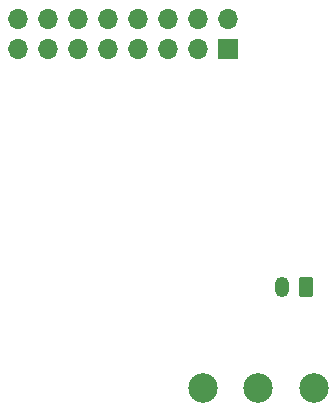
<source format=gbr>
%TF.GenerationSoftware,KiCad,Pcbnew,8.0.0*%
%TF.CreationDate,2024-03-24T20:02:06+02:00*%
%TF.ProjectId,Power Subsystem,506f7765-7220-4537-9562-73797374656d,rev?*%
%TF.SameCoordinates,Original*%
%TF.FileFunction,Soldermask,Bot*%
%TF.FilePolarity,Negative*%
%FSLAX46Y46*%
G04 Gerber Fmt 4.6, Leading zero omitted, Abs format (unit mm)*
G04 Created by KiCad (PCBNEW 8.0.0) date 2024-03-24 20:02:06*
%MOMM*%
%LPD*%
G01*
G04 APERTURE LIST*
G04 Aperture macros list*
%AMRoundRect*
0 Rectangle with rounded corners*
0 $1 Rounding radius*
0 $2 $3 $4 $5 $6 $7 $8 $9 X,Y pos of 4 corners*
0 Add a 4 corners polygon primitive as box body*
4,1,4,$2,$3,$4,$5,$6,$7,$8,$9,$2,$3,0*
0 Add four circle primitives for the rounded corners*
1,1,$1+$1,$2,$3*
1,1,$1+$1,$4,$5*
1,1,$1+$1,$6,$7*
1,1,$1+$1,$8,$9*
0 Add four rect primitives between the rounded corners*
20,1,$1+$1,$2,$3,$4,$5,0*
20,1,$1+$1,$4,$5,$6,$7,0*
20,1,$1+$1,$6,$7,$8,$9,0*
20,1,$1+$1,$8,$9,$2,$3,0*%
G04 Aperture macros list end*
%ADD10C,2.500000*%
%ADD11RoundRect,0.250000X0.350000X0.625000X-0.350000X0.625000X-0.350000X-0.625000X0.350000X-0.625000X0*%
%ADD12O,1.200000X1.750000*%
%ADD13R,1.700000X1.700000*%
%ADD14O,1.700000X1.700000*%
G04 APERTURE END LIST*
D10*
%TO.C,SW1*%
X156337000Y-73914000D03*
X161037000Y-73914000D03*
X165737000Y-73914000D03*
%TD*%
D11*
%TO.C,J2*%
X165084000Y-65315000D03*
D12*
X163084000Y-65315000D03*
%TD*%
D13*
%TO.C,J1*%
X158496000Y-45212000D03*
D14*
X158496000Y-42672000D03*
X155956000Y-45212000D03*
X155956000Y-42672000D03*
X153416000Y-45212000D03*
X153416000Y-42672000D03*
X150876000Y-45212000D03*
X150876000Y-42672000D03*
X148336000Y-45212000D03*
X148336000Y-42672000D03*
X145796000Y-45212000D03*
X145796000Y-42672000D03*
X143256000Y-45212000D03*
X143256000Y-42672000D03*
X140716000Y-45212000D03*
X140716000Y-42672000D03*
%TD*%
M02*

</source>
